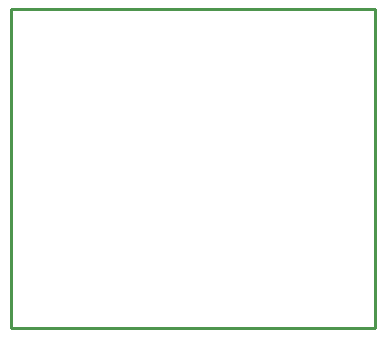
<source format=gko>
G04 Layer: BoardOutlineLayer*
G04 EasyEDA Pro v1.7.27, 2022-07-12 11:31:34*
G04 Gerber Generator version 0.3*
G04 Scale: 100 percent, Rotated: No, Reflected: No*
G04 Dimensions in millimeters*
G04 Leading zeros omitted, absolute positions, 3 integers and 3 decimals*
%FSLAX33Y33*%
%MOMM*%
%ADD10C,0.254*%
G75*


G04 Rect Start*
G54D10*
G01X11811Y-5715D02*
G01X11811Y-32766D01*
G01X42672D01*
G01Y-5715D01*
G01X11811D01*
G04 Rect End*

M02*

</source>
